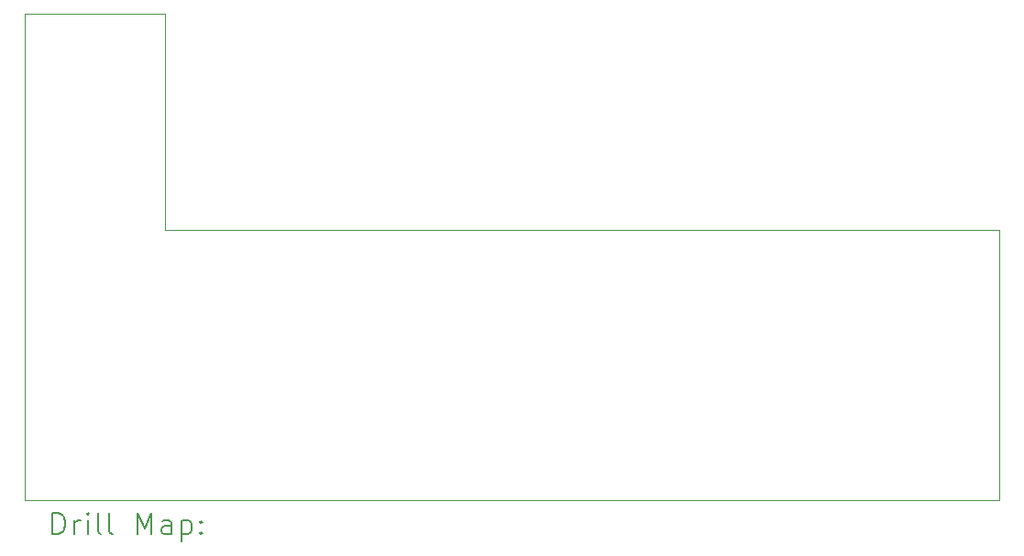
<source format=gbr>
%TF.GenerationSoftware,KiCad,Pcbnew,8.0.6*%
%TF.CreationDate,2025-01-23T20:02:07-06:00*%
%TF.ProjectId,PD_Board,50445f42-6f61-4726-942e-6b696361645f,rev?*%
%TF.SameCoordinates,Original*%
%TF.FileFunction,Drillmap*%
%TF.FilePolarity,Positive*%
%FSLAX45Y45*%
G04 Gerber Fmt 4.5, Leading zero omitted, Abs format (unit mm)*
G04 Created by KiCad (PCBNEW 8.0.6) date 2025-01-23 20:02:07*
%MOMM*%
%LPD*%
G01*
G04 APERTURE LIST*
%ADD10C,0.050000*%
%ADD11C,0.200000*%
G04 APERTURE END LIST*
D10*
X10000000Y-12500000D02*
X10000000Y-10000000D01*
X19000000Y-12500000D02*
X10000000Y-12500000D01*
X19000000Y-10000000D02*
X19000000Y-12500000D01*
X11300000Y-10000000D02*
X19000000Y-10000000D01*
X11300000Y-8000000D02*
X11300000Y-10000000D01*
X10000000Y-8000000D02*
X11300000Y-8000000D01*
X10000000Y-10000000D02*
X10000000Y-8000000D01*
D11*
X10258277Y-12813984D02*
X10258277Y-12613984D01*
X10258277Y-12613984D02*
X10305896Y-12613984D01*
X10305896Y-12613984D02*
X10334467Y-12623508D01*
X10334467Y-12623508D02*
X10353515Y-12642555D01*
X10353515Y-12642555D02*
X10363039Y-12661603D01*
X10363039Y-12661603D02*
X10372563Y-12699698D01*
X10372563Y-12699698D02*
X10372563Y-12728269D01*
X10372563Y-12728269D02*
X10363039Y-12766365D01*
X10363039Y-12766365D02*
X10353515Y-12785412D01*
X10353515Y-12785412D02*
X10334467Y-12804460D01*
X10334467Y-12804460D02*
X10305896Y-12813984D01*
X10305896Y-12813984D02*
X10258277Y-12813984D01*
X10458277Y-12813984D02*
X10458277Y-12680650D01*
X10458277Y-12718746D02*
X10467801Y-12699698D01*
X10467801Y-12699698D02*
X10477324Y-12690174D01*
X10477324Y-12690174D02*
X10496372Y-12680650D01*
X10496372Y-12680650D02*
X10515420Y-12680650D01*
X10582086Y-12813984D02*
X10582086Y-12680650D01*
X10582086Y-12613984D02*
X10572563Y-12623508D01*
X10572563Y-12623508D02*
X10582086Y-12633031D01*
X10582086Y-12633031D02*
X10591610Y-12623508D01*
X10591610Y-12623508D02*
X10582086Y-12613984D01*
X10582086Y-12613984D02*
X10582086Y-12633031D01*
X10705896Y-12813984D02*
X10686848Y-12804460D01*
X10686848Y-12804460D02*
X10677324Y-12785412D01*
X10677324Y-12785412D02*
X10677324Y-12613984D01*
X10810658Y-12813984D02*
X10791610Y-12804460D01*
X10791610Y-12804460D02*
X10782086Y-12785412D01*
X10782086Y-12785412D02*
X10782086Y-12613984D01*
X11039229Y-12813984D02*
X11039229Y-12613984D01*
X11039229Y-12613984D02*
X11105896Y-12756841D01*
X11105896Y-12756841D02*
X11172563Y-12613984D01*
X11172563Y-12613984D02*
X11172563Y-12813984D01*
X11353515Y-12813984D02*
X11353515Y-12709222D01*
X11353515Y-12709222D02*
X11343991Y-12690174D01*
X11343991Y-12690174D02*
X11324943Y-12680650D01*
X11324943Y-12680650D02*
X11286848Y-12680650D01*
X11286848Y-12680650D02*
X11267801Y-12690174D01*
X11353515Y-12804460D02*
X11334467Y-12813984D01*
X11334467Y-12813984D02*
X11286848Y-12813984D01*
X11286848Y-12813984D02*
X11267801Y-12804460D01*
X11267801Y-12804460D02*
X11258277Y-12785412D01*
X11258277Y-12785412D02*
X11258277Y-12766365D01*
X11258277Y-12766365D02*
X11267801Y-12747317D01*
X11267801Y-12747317D02*
X11286848Y-12737793D01*
X11286848Y-12737793D02*
X11334467Y-12737793D01*
X11334467Y-12737793D02*
X11353515Y-12728269D01*
X11448753Y-12680650D02*
X11448753Y-12880650D01*
X11448753Y-12690174D02*
X11467801Y-12680650D01*
X11467801Y-12680650D02*
X11505896Y-12680650D01*
X11505896Y-12680650D02*
X11524943Y-12690174D01*
X11524943Y-12690174D02*
X11534467Y-12699698D01*
X11534467Y-12699698D02*
X11543991Y-12718746D01*
X11543991Y-12718746D02*
X11543991Y-12775888D01*
X11543991Y-12775888D02*
X11534467Y-12794936D01*
X11534467Y-12794936D02*
X11524943Y-12804460D01*
X11524943Y-12804460D02*
X11505896Y-12813984D01*
X11505896Y-12813984D02*
X11467801Y-12813984D01*
X11467801Y-12813984D02*
X11448753Y-12804460D01*
X11629705Y-12794936D02*
X11639229Y-12804460D01*
X11639229Y-12804460D02*
X11629705Y-12813984D01*
X11629705Y-12813984D02*
X11620182Y-12804460D01*
X11620182Y-12804460D02*
X11629705Y-12794936D01*
X11629705Y-12794936D02*
X11629705Y-12813984D01*
X11629705Y-12690174D02*
X11639229Y-12699698D01*
X11639229Y-12699698D02*
X11629705Y-12709222D01*
X11629705Y-12709222D02*
X11620182Y-12699698D01*
X11620182Y-12699698D02*
X11629705Y-12690174D01*
X11629705Y-12690174D02*
X11629705Y-12709222D01*
M02*

</source>
